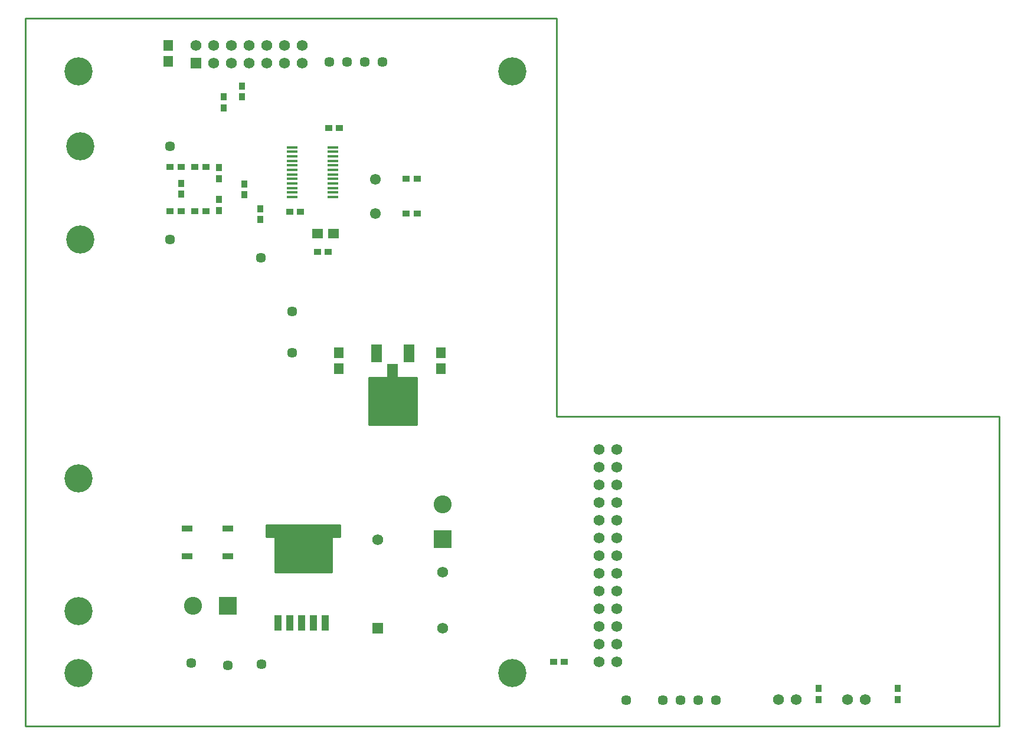
<source format=gts>
*
*
G04 PADS 9.5 Build Number: 522968 generated Gerber (RS-274-X) file*
G04 PC Version=2.1*
*
%IN "ohm1.pcb"*%
*
%MOIN*%
*
%FSLAX35Y35*%
*
*
*
*
G04 PC Standard Apertures*
*
*
G04 Thermal Relief Aperture macro.*
%AMTER*
1,1,$1,0,0*
1,0,$1-$2,0,0*
21,0,$3,$4,0,0,45*
21,0,$3,$4,0,0,135*
%
*
*
G04 Annular Aperture macro.*
%AMANN*
1,1,$1,0,0*
1,0,$2,0,0*
%
*
*
G04 Odd Aperture macro.*
%AMODD*
1,1,$1,0,0*
1,0,$1-0.005,0,0*
%
*
*
G04 PC Custom Aperture Macros*
*
*
*
*
*
*
G04 PC Aperture Table*
*
%ADD010C,0.001*%
%ADD013C,0.01*%
%ADD133R,0.062X0.062*%
%ADD134C,0.062*%
%ADD145C,0.15948*%
%ADD146R,0.04X0.032*%
%ADD147R,0.032X0.04*%
%ADD148R,0.062X0.052*%
%ADD149R,0.052X0.062*%
%ADD150C,0.05712*%
%ADD151C,0.06106*%
%ADD152R,0.04413X0.08704*%
%ADD153R,0.06106X0.10043*%
%ADD154R,0.10137X0.10137*%
%ADD155C,0.10137*%
%ADD156R,0.05909X0.01775*%
%ADD157R,0.06302X0.03546*%
*
*
*
*
G04 PC Circuitry*
G04 Layer Name ohm1.pcb - circuitry*
%LPD*%
*
*
G04 PC Custom Flashes*
G04 Layer Name ohm1.pcb - flashes*
%LPD*%
*
*
G04 PC Circuitry*
G04 Layer Name ohm1.pcb - circuitry*
%LPD*%
*
G54D10*
G54D13*
G01X272962Y187089D02*
Y206752D01*
X273001Y206873*
X273076Y206975*
X273178Y207050*
X273299Y207089*
X277824*
Y213809*
X236105*
Y207089*
X240630*
X240751Y207050*
X240853Y206975*
X240928Y206873*
X240967Y206752*
Y187089*
X272962*
X236205Y207089D02*
Y213809D01*
X236705Y207089D02*
Y213809D01*
X237205Y207089D02*
Y213809D01*
X237705Y207089D02*
Y213809D01*
X238205Y207089D02*
Y213809D01*
X238705Y207089D02*
Y213809D01*
X239205Y207089D02*
Y213809D01*
X239705Y207089D02*
Y213809D01*
X240205Y207089D02*
Y213809D01*
X240705Y207065D02*
Y213809D01*
X241205Y187089D02*
Y213809D01*
X241705Y187089D02*
Y213809D01*
X242205Y187089D02*
Y213809D01*
X242705Y187089D02*
Y213809D01*
X243205Y187089D02*
Y213809D01*
X243705Y187089D02*
Y213809D01*
X244205Y187089D02*
Y213809D01*
X244705Y187089D02*
Y213809D01*
X245205Y187089D02*
Y213809D01*
X245705Y187089D02*
Y213809D01*
X246205Y187089D02*
Y213809D01*
X246705Y187089D02*
Y213809D01*
X247205Y187089D02*
Y213809D01*
X247705Y187089D02*
Y213809D01*
X248205Y187089D02*
Y213809D01*
X248705Y187089D02*
Y213809D01*
X249205Y187089D02*
Y213809D01*
X249705Y187089D02*
Y213809D01*
X250205Y187089D02*
Y213809D01*
X250705Y187089D02*
Y213809D01*
X251205Y187089D02*
Y213809D01*
X251705Y187089D02*
Y213809D01*
X252205Y187089D02*
Y213809D01*
X252705Y187089D02*
Y213809D01*
X253205Y187089D02*
Y213809D01*
X253705Y187089D02*
Y213809D01*
X254205Y187089D02*
Y213809D01*
X254705Y187089D02*
Y213809D01*
X255205Y187089D02*
Y213809D01*
X255705Y187089D02*
Y213809D01*
X256205Y187089D02*
Y213809D01*
X256705Y187089D02*
Y213809D01*
X257205Y187089D02*
Y213809D01*
X257705Y187089D02*
Y213809D01*
X258205Y187089D02*
Y213809D01*
X258705Y187089D02*
Y213809D01*
X259205Y187089D02*
Y213809D01*
X259705Y187089D02*
Y213809D01*
X260205Y187089D02*
Y213809D01*
X260705Y187089D02*
Y213809D01*
X261205Y187089D02*
Y213809D01*
X261705Y187089D02*
Y213809D01*
X262205Y187089D02*
Y213809D01*
X262705Y187089D02*
Y213809D01*
X263205Y187089D02*
Y213809D01*
X263705Y187089D02*
Y213809D01*
X264205Y187089D02*
Y213809D01*
X264705Y187089D02*
Y213809D01*
X265205Y187089D02*
Y213809D01*
X265705Y187089D02*
Y213809D01*
X266205Y187089D02*
Y213809D01*
X266705Y187089D02*
Y213809D01*
X267205Y187089D02*
Y213809D01*
X267705Y187089D02*
Y213809D01*
X268205Y187089D02*
Y213809D01*
X268705Y187089D02*
Y213809D01*
X269205Y187089D02*
Y213809D01*
X269705Y187089D02*
Y213809D01*
X270205Y187089D02*
Y213809D01*
X270705Y187089D02*
Y213809D01*
X271205Y187089D02*
Y213809D01*
X271705Y187089D02*
Y213809D01*
X272205Y187089D02*
Y213809D01*
X272705Y187089D02*
Y213809D01*
X273205Y207058D02*
Y213809D01*
X273705Y207089D02*
Y213809D01*
X274205Y207089D02*
Y213809D01*
X274705Y207089D02*
Y213809D01*
X275205Y207089D02*
Y213809D01*
X275705Y207089D02*
Y213809D01*
X276205Y207089D02*
Y213809D01*
X276705Y207089D02*
Y213809D01*
X277205Y207089D02*
Y213809D01*
X277705Y207089D02*
Y213809D01*
X294196Y297106D02*
Y270347D01*
X320955*
Y297106*
X294196*
X294355Y270347D02*
Y297106D01*
X294855Y270347D02*
Y297106D01*
X295355Y270347D02*
Y297106D01*
X295855Y270347D02*
Y297106D01*
X296355Y270347D02*
Y297106D01*
X296855Y270347D02*
Y297106D01*
X297355Y270347D02*
Y297106D01*
X297855Y270347D02*
Y297106D01*
X298355Y270347D02*
Y297106D01*
X298855Y270347D02*
Y297106D01*
X299355Y270347D02*
Y297106D01*
X299855Y270347D02*
Y297106D01*
X300355Y270347D02*
Y297106D01*
X300855Y270347D02*
Y297106D01*
X301355Y270347D02*
Y297106D01*
X301855Y270347D02*
Y297106D01*
X302355Y270347D02*
Y297106D01*
X302855Y270347D02*
Y297106D01*
X303355Y270347D02*
Y297106D01*
X303855Y270347D02*
Y297106D01*
X304355Y270347D02*
Y297106D01*
X304855Y270347D02*
Y297106D01*
X305355Y270347D02*
Y297106D01*
X305855Y270347D02*
Y297106D01*
X306355Y270347D02*
Y297106D01*
X306855Y270347D02*
Y297106D01*
X307355Y270347D02*
Y297106D01*
X307855Y270347D02*
Y297106D01*
X308355Y270347D02*
Y297106D01*
X308855Y270347D02*
Y297106D01*
X309355Y270347D02*
Y297106D01*
X309855Y270347D02*
Y297106D01*
X310355Y270347D02*
Y297106D01*
X310855Y270347D02*
Y297106D01*
X311355Y270347D02*
Y297106D01*
X311855Y270347D02*
Y297106D01*
X312355Y270347D02*
Y297106D01*
X312855Y270347D02*
Y297106D01*
X313355Y270347D02*
Y297106D01*
X313855Y270347D02*
Y297106D01*
X314355Y270347D02*
Y297106D01*
X314855Y270347D02*
Y297106D01*
X315355Y270347D02*
Y297106D01*
X315855Y270347D02*
Y297106D01*
X316355Y270347D02*
Y297106D01*
X316855Y270347D02*
Y297106D01*
X317355Y270347D02*
Y297106D01*
X317855Y270347D02*
Y297106D01*
X318355Y270347D02*
Y297106D01*
X318855Y270347D02*
Y297106D01*
X319355Y270347D02*
Y297106D01*
X319855Y270347D02*
Y297106D01*
X320355Y270347D02*
Y297106D01*
X320855Y270347D02*
Y297106D01*
X100000Y100000D02*
Y500000D01*
X400000*
Y275000*
X650000*
Y100000*
X100000*
G54D133*
X196323Y474810D03*
X299197Y155621D03*
G54D134*
X525433Y115248D03*
X535433D03*
X564399D03*
X574399D03*
X196323Y484810D03*
X206323Y474810D03*
Y484810D03*
X216323Y474810D03*
Y484810D03*
X226323Y474810D03*
Y484810D03*
X236323Y474810D03*
Y484810D03*
X246323Y474810D03*
Y484810D03*
X256323Y474810D03*
Y484810D03*
X434084Y136542D03*
X424084D03*
X434084Y146542D03*
X424084D03*
X434084Y156542D03*
X424084D03*
X434084Y166542D03*
X424084D03*
X434084Y176542D03*
X424084D03*
X434084Y186542D03*
X424084D03*
X434084Y196542D03*
X424084D03*
X434084Y206542D03*
X424084D03*
X434084Y216542D03*
X424084D03*
X434084Y226542D03*
X424084D03*
X434084Y236542D03*
X424084D03*
X434084Y246542D03*
X424084D03*
X434084Y256542D03*
X424084D03*
X299197Y205621D03*
X335589Y155621D03*
Y187117D03*
G54D145*
X375000Y130000D03*
Y470000D03*
X130000D03*
Y130000D03*
Y240000D03*
Y165000D03*
X131155Y427920D03*
Y375029D03*
G54D146*
X321406Y409400D03*
X315206D03*
X321406Y389967D03*
X315206D03*
X255508Y390961D03*
X249308D03*
X271266Y438029D03*
X277466D03*
X188018Y416163D03*
X181818D03*
X201978Y391226D03*
X195778D03*
X181818D03*
X188018D03*
X404482Y136497D03*
X398282D03*
X201978Y416163D03*
X195778D03*
X264942Y368280D03*
X271142D03*
G54D147*
X232767Y392523D03*
Y386323D03*
X223853Y406605D03*
Y400405D03*
X209385Y397771D03*
Y391571D03*
Y415772D03*
Y409572D03*
X212208Y455707D03*
Y449507D03*
X187982Y400641D03*
Y406841D03*
X222259Y455647D03*
Y461847D03*
X548198Y115219D03*
Y121419D03*
X592611Y115207D03*
Y121407D03*
G54D148*
X264995Y378585D03*
X273995D03*
G54D149*
X180641Y484800D03*
Y475800D03*
X277117Y311066D03*
Y302066D03*
X334843Y311066D03*
Y302066D03*
G54D150*
X439473Y114704D03*
X301805Y475321D03*
X291805D03*
X281805D03*
X271805D03*
X232896Y364705D03*
X250592Y334404D03*
Y311080D03*
X459927Y114704D03*
X469927D03*
X479927D03*
X489927D03*
X193736Y135745D03*
X233494Y135298D03*
X214541Y134457D03*
X181825Y427920D03*
X181784Y375029D03*
G54D151*
X297751Y409184D03*
Y389971D03*
G54D152*
X242673Y158421D03*
X249366D03*
X256059D03*
X262752D03*
X269445D03*
X256752Y204421D03*
G54D153*
X316631Y310892D03*
X307355Y299947D03*
X298521Y310892D03*
X307355Y275947D03*
G54D154*
X214514Y168293D03*
X335720Y205663D03*
G54D155*
X194829Y168293D03*
X335720Y225348D03*
G54D156*
X250819Y427282D03*
Y424723D03*
Y422164D03*
Y419605D03*
Y417046D03*
Y414487D03*
Y411927D03*
Y409368D03*
Y406809D03*
Y404250D03*
Y401691D03*
Y399132D03*
X273851D03*
Y401691D03*
Y404250D03*
Y406809D03*
Y409368D03*
Y411927D03*
Y414487D03*
Y417046D03*
Y419605D03*
Y422164D03*
Y424723D03*
Y427282D03*
G54D157*
X214488Y195995D03*
Y211743D03*
X191260D03*
Y195995D03*
X0Y0D02*
M02*

</source>
